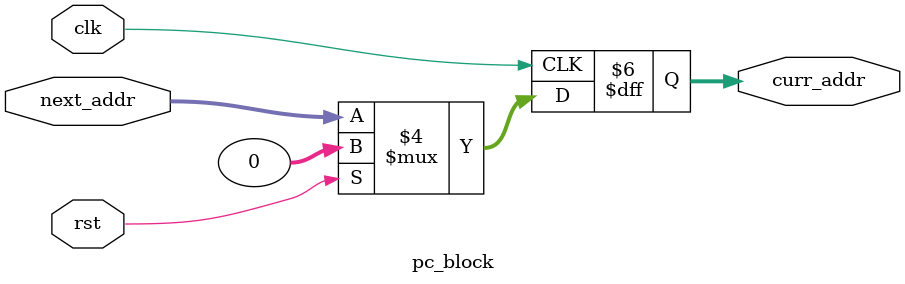
<source format=v>
`timescale 1ns / 1ps

`define BUS_WIDTH 32

module pc_block(
	//inputs
	//reset
    input rst,
    //clock
    input clk,
    //next address 
	input [(`BUS_WIDTH-1):0] next_addr,
	//current address
	output reg [(`BUS_WIDTH-1):0] curr_addr 
);

	//sequential logic
	always @(posedge clk) begin
		if (rst == 1'b1) begin
			curr_addr <= {`BUS_WIDTH{1'b0}};
		end
		
		else begin 
			curr_addr <= next_addr;
		end
	end	 
	 
endmodule
</source>
